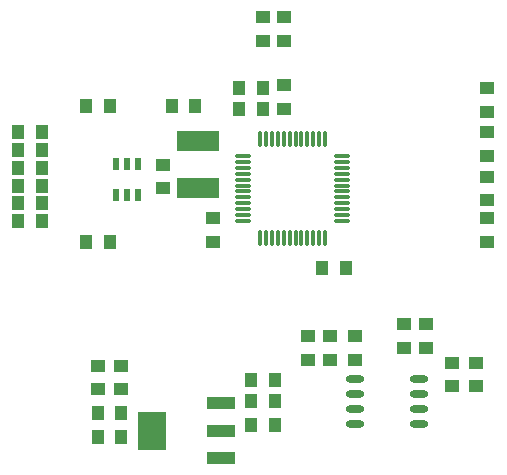
<source format=gtp>
G04 Layer_Color=8421504*
%FSLAX25Y25*%
%MOIN*%
G70*
G01*
G75*
%ADD10R,0.04921X0.03937*%
%ADD11O,0.05512X0.01181*%
%ADD12O,0.01181X0.05512*%
%ADD13R,0.09449X0.12992*%
%ADD14R,0.09449X0.03937*%
%ADD15R,0.03937X0.04921*%
%ADD16R,0.02362X0.04331*%
G04:AMPARAMS|DCode=17|XSize=61.02mil|YSize=23.62mil|CornerRadius=11.81mil|HoleSize=0mil|Usage=FLASHONLY|Rotation=180.000|XOffset=0mil|YOffset=0mil|HoleType=Round|Shape=RoundedRectangle|*
%AMROUNDEDRECTD17*
21,1,0.06102,0.00000,0,0,180.0*
21,1,0.03740,0.02362,0,0,180.0*
1,1,0.02362,-0.01870,0.00000*
1,1,0.02362,0.01870,0.00000*
1,1,0.02362,0.01870,0.00000*
1,1,0.02362,-0.01870,0.00000*
%
%ADD17ROUNDEDRECTD17*%
%ADD18R,0.14173X0.07087*%
D10*
X150787Y49213D02*
D03*
Y41339D02*
D03*
X143307D02*
D03*
Y49213D02*
D03*
X103347Y143701D02*
D03*
Y151575D02*
D03*
X96457D02*
D03*
Y143701D02*
D03*
X62992Y102362D02*
D03*
Y94488D02*
D03*
X79724Y84646D02*
D03*
Y76772D02*
D03*
X103347Y128937D02*
D03*
Y121063D02*
D03*
X49213Y35433D02*
D03*
Y27559D02*
D03*
X41339Y35433D02*
D03*
Y27559D02*
D03*
X159449Y28543D02*
D03*
Y36417D02*
D03*
X111417Y45276D02*
D03*
Y37402D02*
D03*
X118898D02*
D03*
Y45276D02*
D03*
X126969Y37402D02*
D03*
Y45276D02*
D03*
X167323Y28543D02*
D03*
Y36417D02*
D03*
X171260Y76772D02*
D03*
Y84646D02*
D03*
Y98425D02*
D03*
Y90551D02*
D03*
Y127953D02*
D03*
Y120079D02*
D03*
Y105315D02*
D03*
Y113189D02*
D03*
D11*
X89764Y105315D02*
D03*
Y103347D02*
D03*
Y101378D02*
D03*
Y99410D02*
D03*
Y97441D02*
D03*
Y95472D02*
D03*
Y93504D02*
D03*
Y91535D02*
D03*
Y89567D02*
D03*
Y87598D02*
D03*
Y85630D02*
D03*
Y83661D02*
D03*
X122835D02*
D03*
Y85630D02*
D03*
Y87598D02*
D03*
Y89567D02*
D03*
Y91535D02*
D03*
Y93504D02*
D03*
Y95472D02*
D03*
Y97441D02*
D03*
Y99410D02*
D03*
Y101378D02*
D03*
Y103347D02*
D03*
Y105315D02*
D03*
D12*
X95472Y77953D02*
D03*
X97441D02*
D03*
X99410D02*
D03*
X101378D02*
D03*
X103347D02*
D03*
X105315D02*
D03*
X107283D02*
D03*
X109252D02*
D03*
X111221D02*
D03*
X113189D02*
D03*
X115157D02*
D03*
X117126D02*
D03*
Y111024D02*
D03*
X115157D02*
D03*
X113189D02*
D03*
X111221D02*
D03*
X109252D02*
D03*
X107283D02*
D03*
X105315D02*
D03*
X103347D02*
D03*
X101378D02*
D03*
X99410D02*
D03*
X97441D02*
D03*
X95472D02*
D03*
D13*
X59449Y13780D02*
D03*
D14*
X82284Y22835D02*
D03*
Y13780D02*
D03*
Y4724D02*
D03*
D15*
X73819Y122047D02*
D03*
X65945D02*
D03*
X22638Y107283D02*
D03*
X14764D02*
D03*
Y83661D02*
D03*
X22638D02*
D03*
Y89567D02*
D03*
X14764D02*
D03*
X22638Y95472D02*
D03*
X14764D02*
D03*
X22638Y101378D02*
D03*
X14764D02*
D03*
Y113189D02*
D03*
X22638D02*
D03*
X45276Y122047D02*
D03*
X37402D02*
D03*
Y76772D02*
D03*
X45276D02*
D03*
X116142Y67913D02*
D03*
X124016D02*
D03*
X96457Y121063D02*
D03*
X88583D02*
D03*
X96457Y127953D02*
D03*
X88583D02*
D03*
X92520Y30512D02*
D03*
X100394D02*
D03*
Y23622D02*
D03*
X92520D02*
D03*
X100394Y15748D02*
D03*
X92520D02*
D03*
X49213Y19685D02*
D03*
X41339D02*
D03*
Y11811D02*
D03*
X49213D02*
D03*
D16*
X54921Y102559D02*
D03*
X51181D02*
D03*
X47441D02*
D03*
Y92323D02*
D03*
X51181D02*
D03*
X54921D02*
D03*
D17*
X148425Y16122D02*
D03*
Y21122D02*
D03*
Y26122D02*
D03*
Y31122D02*
D03*
X127165D02*
D03*
Y26122D02*
D03*
Y21122D02*
D03*
Y16122D02*
D03*
D18*
X74803Y94488D02*
D03*
Y110236D02*
D03*
M02*

</source>
